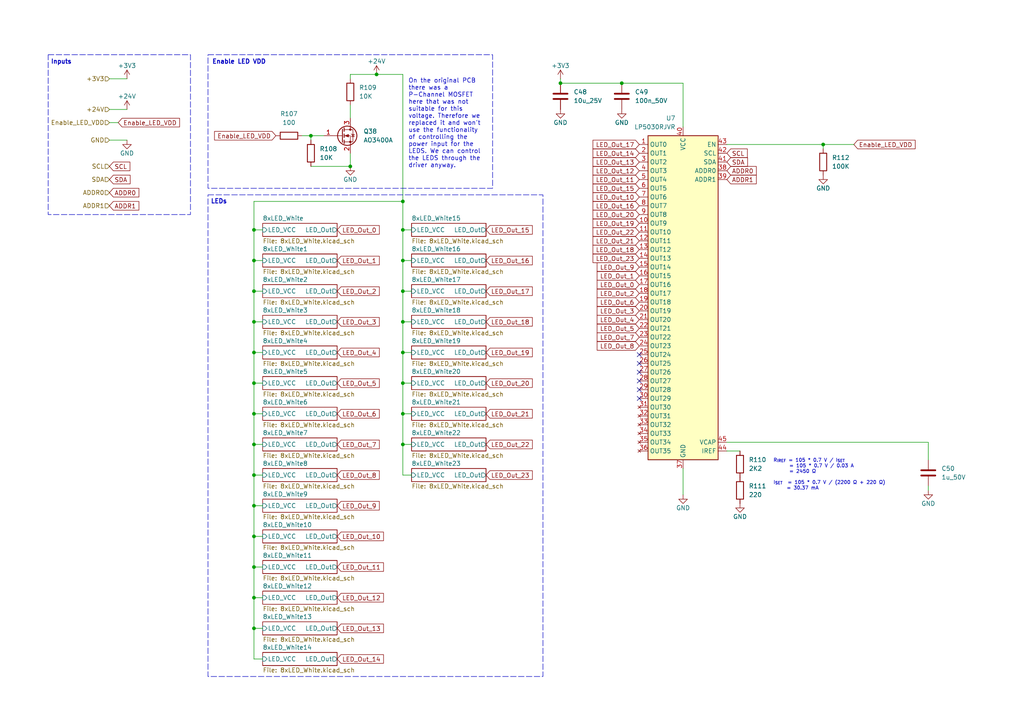
<source format=kicad_sch>
(kicad_sch (version 20231120) (generator "eeschema") (generator_version "8.0")
  (paper "A4")
  (lib_symbols
    (symbol "_C_0402:100n_50V" (pin_numbers hide) (pin_names (offset 0.254))
      (property "Reference" "C" (at 0.635 2.54 0))
      (property "Value" "100n_50V" (at 0.635 -2.54 0))
      (symbol "100n_50V_0_1"
        (polyline (pts (xy -2.032 -0.762) (xy 2.032 -0.762)) (stroke (width 0.508)))
        (polyline (pts (xy -2.032 0.762) (xy 2.032 0.762)) (stroke (width 0.508)))
      )
      (symbol "100n_50V_1_1"
        (pin passive line (at 0 3.81 270) (length 2.794) (name "~") (number "1"))
        (pin passive line (at 0 -3.81 90) (length 2.794) (name "~") (number "2"))
      )
    )
    (symbol "_C_0603:10u_25V" (pin_numbers hide) (pin_names (offset 0.254))
      (property "Reference" "C" (at 0.635 2.54 0))
      (property "Value" "10u_25V" (at 0.635 -2.54 0))
      (symbol "10u_25V_0_1"
        (polyline (pts (xy -2.032 -0.762) (xy 2.032 -0.762)) (stroke (width 0.508)))
        (polyline (pts (xy -2.032 0.762) (xy 2.032 0.762)) (stroke (width 0.508)))
      )
      (symbol "10u_25V_1_1"
        (pin passive line (at 0 3.81 270) (length 2.794) (name "~") (number "1"))
        (pin passive line (at 0 -3.81 90) (length 2.794) (name "~") (number "2"))
      )
    )
    (symbol "_C_0805:1u_50V" (pin_numbers hide) (pin_names (offset 0.254))
      (property "Reference" "C" (at 0.635 2.54 0))
      (property "Value" "1u_50V" (at 0.635 -2.54 0))
      (symbol "1u_50V_0_1"
        (polyline (pts (xy -2.032 -0.762) (xy 2.032 -0.762)) (stroke (width 0.508)))
        (polyline (pts (xy -2.032 0.762) (xy 2.032 0.762)) (stroke (width 0.508)))
      )
      (symbol "1u_50V_1_1"
        (pin passive line (at 0 3.81 270) (length 2.794) (name "~") (number "1"))
        (pin passive line (at 0 -3.81 90) (length 2.794) (name "~") (number "2"))
      )
    )
    (symbol "_Driver_LED:LP5030RJVR"
      (property "Reference" "U" (at -6.35 49.53 0))
      (property "Value" "LP5030RJVR" (at 6.35 49.53 0))
      (symbol "LP5030RJVR_0_1"
        (rectangle (start -10.16 48.26) (end 10.16 -45.72) (stroke (width 0.254)) (fill (type background)))
      )
      (symbol "LP5030RJVR_1_1"
        (pin power_out line (at 12.7 45.72 180) (length 2.54) (name "OUT0") (number "1"))
        (pin power_out line (at 12.7 22.86 180) (length 2.54) (name "OUT9") (number "10"))
        (pin power_out line (at 12.7 20.32 180) (length 2.54) (name "OUT10") (number "11"))
        (pin power_out line (at 12.7 17.78 180) (length 2.54) (name "OUT11") (number "12"))
        (pin power_out line (at 12.7 15.24 180) (length 2.54) (name "OUT12") (number "13"))
        (pin power_out line (at 12.7 12.7 180) (length 2.54) (name "OUT13") (number "14"))
        (pin power_out line (at 12.7 10.16 180) (length 2.54) (name "OUT14") (number "15"))
        (pin power_out line (at 12.7 7.62 180) (length 2.54) (name "OUT15") (number "16"))
        (pin power_out line (at 12.7 5.08 180) (length 2.54) (name "OUT16") (number "17"))
        (pin power_out line (at 12.7 2.54 180) (length 2.54) (name "OUT17") (number "18"))
        (pin power_out line (at 12.7 0 180) (length 2.54) (name "OUT18") (number "19"))
        (pin power_out line (at 12.7 43.18 180) (length 2.54) (name "OUT1") (number "2"))
        (pin power_out line (at 12.7 -2.54 180) (length 2.54) (name "OUT19") (number "20"))
        (pin power_out line (at 12.7 -5.08 180) (length 2.54) (name "OUT20") (number "21"))
        (pin power_out line (at 12.7 -7.62 180) (length 2.54) (name "OUT21") (number "22"))
        (pin power_out line (at 12.7 -10.16 180) (length 2.54) (name "OUT22") (number "23"))
        (pin power_out line (at 12.7 -12.7 180) (length 2.54) (name "OUT23") (number "24"))
        (pin power_out line (at 12.7 -15.24 180) (length 2.54) (name "OUT24") (number "25"))
        (pin power_out line (at 12.7 -17.78 180) (length 2.54) (name "OUT25") (number "26"))
        (pin power_out line (at 12.7 -20.32 180) (length 2.54) (name "OUT26") (number "27"))
        (pin power_out line (at 12.7 -22.86 180) (length 2.54) (name "OUT27") (number "28"))
        (pin power_out line (at 12.7 -25.4 180) (length 2.54) (name "OUT28") (number "29"))
        (pin power_out line (at 12.7 40.64 180) (length 2.54) (name "OUT2") (number "3"))
        (pin power_out line (at 12.7 -27.94 180) (length 2.54) (name "OUT29") (number "30"))
        (pin no_connect line (at 12.7 -30.48 180) (length 2.54) (name "OUT30") (number "31"))
        (pin no_connect line (at 12.7 -33.02 180) (length 2.54) (name "OUT31") (number "32"))
        (pin no_connect line (at 12.7 -35.56 180) (length 2.54) (name "OUT32") (number "33"))
        (pin no_connect line (at 12.7 -38.1 180) (length 2.54) (name "OUT33") (number "34"))
        (pin no_connect line (at 12.7 -40.64 180) (length 2.54) (name "OUT34") (number "35"))
        (pin no_connect line (at 12.7 -43.18 180) (length 2.54) (name "OUT35") (number "36"))
        (pin power_in line (at 0 -48.26 90) (length 2.54) (name "GND") (number "37"))
        (pin input line (at -12.7 38.1 0) (length 2.54) (name "ADDR0") (number "38"))
        (pin input line (at -12.7 35.56 0) (length 2.54) (name "ADDR1") (number "39"))
        (pin power_out line (at 12.7 38.1 180) (length 2.54) (name "OUT3") (number "4"))
        (pin power_in line (at 0 50.8 270) (length 2.54) (name "VCC") (number "40"))
        (pin bidirectional line (at -12.7 40.64 0) (length 2.54) (name "SDA") (number "41"))
        (pin input line (at -12.7 43.18 0) (length 2.54) (name "SCL") (number "42"))
        (pin input line (at -12.7 45.72 0) (length 2.54) (name "EN") (number "43"))
        (pin passive line (at -12.7 -43.18 0) (length 2.54) (name "IREF") (number "44"))
        (pin passive line (at -12.7 -40.64 0) (length 2.54) (name "VCAP") (number "45"))
        (pin passive line (at 0 -48.26 90) (length 2.54) hide (name "GND") (number "46"))
        (pin passive line (at 0 -48.26 90) (length 2.54) hide (name "GND") (number "47"))
        (pin power_out line (at 12.7 35.56 180) (length 2.54) (name "OUT4") (number "5"))
        (pin power_out line (at 12.7 33.02 180) (length 2.54) (name "OUT5") (number "6"))
        (pin power_out line (at 12.7 30.48 180) (length 2.54) (name "OUT6") (number "7"))
        (pin power_out line (at 12.7 27.94 180) (length 2.54) (name "OUT7") (number "8"))
        (pin power_out line (at 12.7 25.4 180) (length 2.54) (name "OUT8") (number "9"))
      )
    )
    (symbol "_R_0402:100" (pin_numbers hide) (pin_names (offset 0))
      (property "Reference" "R" (at 2.032 0 90))
      (property "Value" "100" (at 0 0 90))
      (symbol "100_0_1"
        (rectangle (start -1.016 -2.54) (end 1.016 2.54) (stroke (width 0.254)))
      )
      (symbol "100_1_1"
        (pin passive line (at 0 3.81 270) (length 1.27) (name "~") (number "1"))
        (pin passive line (at 0 -3.81 90) (length 1.27) (name "~") (number "2"))
      )
    )
    (symbol "_R_0402:100K" (pin_numbers hide) (pin_names (offset 0))
      (property "Reference" "R" (at 2.032 0 90))
      (property "Value" "100K" (at 0 0 90))
      (symbol "100K_0_1"
        (rectangle (start -1.016 -2.54) (end 1.016 2.54) (stroke (width 0.254)))
      )
      (symbol "100K_1_1"
        (pin passive line (at 0 3.81 270) (length 1.27) (name "~") (number "1"))
        (pin passive line (at 0 -3.81 90) (length 1.27) (name "~") (number "2"))
      )
    )
    (symbol "_R_0402:10K" (pin_numbers hide) (pin_names (offset 0))
      (property "Reference" "R" (at 2.032 0 90))
      (property "Value" "10K" (at 0 0 90))
      (symbol "10K_0_1"
        (rectangle (start -1.016 -2.54) (end 1.016 2.54) (stroke (width 0.254)))
      )
      (symbol "10K_1_1"
        (pin passive line (at 0 3.81 270) (length 1.27) (name "~") (number "1"))
        (pin passive line (at 0 -3.81 90) (length 1.27) (name "~") (number "2"))
      )
    )
    (symbol "_R_0402:220" (pin_numbers hide) (pin_names (offset 0))
      (property "Reference" "R" (at 2.032 0 90))
      (property "Value" "220" (at 0 0 90))
      (symbol "220_0_1"
        (rectangle (start -1.016 -2.54) (end 1.016 2.54) (stroke (width 0.254)))
      )
      (symbol "220_1_1"
        (pin passive line (at 0 3.81 270) (length 1.27) (name "~") (number "1"))
        (pin passive line (at 0 -3.81 90) (length 1.27) (name "~") (number "2"))
      )
    )
    (symbol "_R_0402:2K2" (pin_numbers hide) (pin_names (offset 0))
      (property "Reference" "R" (at 2.032 0 90))
      (property "Value" "2K2" (at 0 0 90))
      (symbol "2K2_0_1"
        (rectangle (start -1.016 -2.54) (end 1.016 2.54) (stroke (width 0.254)))
      )
      (symbol "2K2_1_1"
        (pin passive line (at 0 3.81 270) (length 1.27) (name "~") (number "1"))
        (pin passive line (at 0 -3.81 90) (length 1.27) (name "~") (number "2"))
      )
    )
    (symbol "_Transistor_FET:AO3400A" (pin_names hide)
      (property "Reference" "Q" (at 5.08 1.905 0))
      (property "Value" "AO3400A" (at 5.08 0 0))
      (symbol "AO3400A_0_1"
        (polyline (pts (xy 0.254 0) (xy -2.54 0)))
        (polyline (pts (xy 0.254 1.905) (xy 0.254 -1.905)) (stroke (width 0.254)))
        (polyline (pts (xy 0.762 -1.27) (xy 0.762 -2.286)) (stroke (width 0.254)))
        (polyline (pts (xy 0.762 0.508) (xy 0.762 -0.508)) (stroke (width 0.254)))
        (polyline (pts (xy 0.762 2.286) (xy 0.762 1.27)) (stroke (width 0.254)))
        (polyline (pts (xy 2.54 2.54) (xy 2.54 1.778)))
        (polyline (pts (xy 2.54 -2.54) (xy 2.54 0) (xy 0.762 0)))
        (polyline (pts (xy 0.762 -1.778) (xy 3.302 -1.778) (xy 3.302 1.778) (xy 0.762 1.778)))
        (polyline (pts (xy 1.016 0) (xy 2.032 0.381) (xy 2.032 -0.381) (xy 1.016 0)) (fill (type outline)))
        (polyline (pts (xy 2.794 0.508) (xy 2.921 0.381) (xy 3.683 0.381) (xy 3.81 0.254)))
        (polyline (pts (xy 3.302 0.381) (xy 2.921 -0.254) (xy 3.683 -0.254) (xy 3.302 0.381)))
        (circle (center 1.651 0) (radius 2.794) (stroke (width 0.254)))
        (circle (center 2.54 -1.778) (radius 0.254) (fill (type outline)))
        (circle (center 2.54 1.778) (radius 0.254) (fill (type outline)))
      )
      (symbol "AO3400A_1_1"
        (pin input line (at -5.08 0 0) (length 2.54) (name "G") (number "1"))
        (pin passive line (at 2.54 -5.08 90) (length 2.54) (name "S") (number "2"))
        (pin passive line (at 2.54 5.08 270) (length 2.54) (name "D") (number "3"))
      )
    )
    (symbol "power:+3V3" (power) (pin_names (offset 0))
      (property "Value" "+3V3" (at 0 3.556 0))
      (symbol "+3V3_0_1"
        (polyline (pts (xy -0.762 1.27) (xy 0 2.54)))
        (polyline (pts (xy 0 0) (xy 0 2.54)))
        (polyline (pts (xy 0 2.54) (xy 0.762 1.27)))
      )
      (symbol "+3V3_1_1"
        (pin power_in line (at 0 0 90) (length 0) hide (name "+3V3") (number "1"))
      )
    )
    (symbol "power:+5V" (power) (pin_names (offset 0))
      (property "Value" "+5V" (at 0 3.556 0))
      (symbol "+5V_0_1"
        (polyline (pts (xy -0.762 1.27) (xy 0 2.54)))
        (polyline (pts (xy 0 0) (xy 0 2.54)))
        (polyline (pts (xy 0 2.54) (xy 0.762 1.27)))
      )
      (symbol "+5V_1_1"
        (pin power_in line (at 0 0 90) (length 0) hide (name "+5V") (number "1"))
      )
    )
    (symbol "power:GND" (power) (pin_names (offset 0))
      (property "Value" "GND" (at 0 -3.81 0))
      (symbol "GND_0_1"
        (polyline (pts (xy 0 0) (xy 0 -1.27) (xy 1.27 -1.27) (xy 0 -2.54) (xy -1.27 -1.27) (xy 0 -1.27)))
      )
      (symbol "GND_1_1"
        (pin power_in line (at 0 0 270) (length 0) hide (name "GND") (number "1"))
      )
    )
  )
  (junction (at 73.66 164.465))
  (junction (at 73.66 102.235))
  (junction (at 73.66 120.015))
  (junction (at 73.66 75.565))
  (junction (at 73.66 155.575))
  (junction (at 73.66 93.345))
  (junction (at 180.34 24.13))
  (junction (at 73.66 66.675))
  (junction (at 162.56 24.13))
  (junction (at 73.66 137.795))
  (junction (at 73.66 173.355))
  (junction (at 116.84 111.125))
  (junction (at 116.84 75.565))
  (junction (at 116.84 58.42))
  (junction (at 73.66 128.905))
  (junction (at 73.66 146.685))
  (junction (at 73.66 84.455))
  (junction (at 73.66 182.245))
  (junction (at 90.17 39.37))
  (junction (at 116.84 66.675))
  (junction (at 109.22 21.59))
  (junction (at 116.84 128.905))
  (junction (at 101.6 48.26))
  (junction (at 238.76 41.91))
  (junction (at 116.84 93.345))
  (junction (at 116.84 102.235))
  (junction (at 116.84 120.015))
  (junction (at 73.66 111.125))
  (junction (at 116.84 84.455))
  (no_connect (at 185.42 110.49))
  (no_connect (at 185.42 102.87))
  (no_connect (at 185.42 113.03))
  (no_connect (at 185.42 115.57))
  (no_connect (at 185.42 105.41))
  (no_connect (at 185.42 107.95))
  (wire (pts (xy 116.84 111.125) (xy 116.84 120.015)))
  (wire (pts (xy 101.6 44.45) (xy 101.6 48.26)))
  (wire (pts (xy 76.2 84.455) (xy 73.66 84.455)))
  (wire (pts (xy 76.2 75.565) (xy 73.66 75.565)))
  (wire (pts (xy 73.66 155.575) (xy 73.66 164.465)))
  (wire (pts (xy 116.84 58.42) (xy 116.84 66.675)))
  (wire (pts (xy 269.24 128.27) (xy 210.82 128.27)))
  (wire (pts (xy 119.38 111.125) (xy 116.84 111.125)))
  (wire (pts (xy 119.38 84.455) (xy 116.84 84.455)))
  (wire (pts (xy 90.17 48.26) (xy 101.6 48.26)))
  (wire (pts (xy 119.38 137.795) (xy 116.84 137.795)))
  (wire (pts (xy 162.56 22.86) (xy 162.56 24.13)))
  (wire (pts (xy 116.84 120.015) (xy 116.84 128.905)))
  (wire (pts (xy 76.2 146.685) (xy 73.66 146.685)))
  (wire (pts (xy 162.56 24.13) (xy 180.34 24.13)))
  (wire (pts (xy 76.2 164.465) (xy 73.66 164.465)))
  (wire (pts (xy 119.38 93.345) (xy 116.84 93.345)))
  (wire (pts (xy 198.12 143.51) (xy 198.12 135.89)))
  (wire (pts (xy 73.66 66.675) (xy 73.66 75.565)))
  (wire (pts (xy 31.75 22.86) (xy 36.83 22.86)))
  (wire (pts (xy 73.66 111.125) (xy 73.66 120.015)))
  (wire (pts (xy 238.76 41.91) (xy 247.65 41.91)))
  (wire (pts (xy 90.17 40.64) (xy 90.17 39.37)))
  (wire (pts (xy 119.38 120.015) (xy 116.84 120.015)))
  (wire (pts (xy 76.2 182.245) (xy 73.66 182.245)))
  (wire (pts (xy 73.66 137.795) (xy 73.66 146.685)))
  (wire (pts (xy 269.24 142.24) (xy 269.24 140.97)))
  (wire (pts (xy 269.24 133.35) (xy 269.24 128.27)))
  (wire (pts (xy 73.66 93.345) (xy 73.66 102.235)))
  (wire (pts (xy 116.84 21.59) (xy 116.84 58.42)))
  (wire (pts (xy 238.76 41.91) (xy 238.76 43.18)))
  (wire (pts (xy 76.2 111.125) (xy 73.66 111.125)))
  (wire (pts (xy 73.66 173.355) (xy 73.66 182.245)))
  (wire (pts (xy 76.2 128.905) (xy 73.66 128.905)))
  (wire (pts (xy 116.84 84.455) (xy 116.84 93.345)))
  (wire (pts (xy 76.2 173.355) (xy 73.66 173.355)))
  (wire (pts (xy 36.83 40.64) (xy 31.75 40.64)))
  (wire (pts (xy 109.22 21.59) (xy 101.6 21.59)))
  (wire (pts (xy 73.66 146.685) (xy 73.66 155.575)))
  (wire (pts (xy 116.84 93.345) (xy 116.84 102.235)))
  (wire (pts (xy 73.66 58.42) (xy 73.66 66.675)))
  (wire (pts (xy 116.84 75.565) (xy 116.84 84.455)))
  (wire (pts (xy 76.2 155.575) (xy 73.66 155.575)))
  (wire (pts (xy 76.2 93.345) (xy 73.66 93.345)))
  (wire (pts (xy 119.38 128.905) (xy 116.84 128.905)))
  (wire (pts (xy 34.29 35.56) (xy 31.75 35.56)))
  (wire (pts (xy 76.2 191.135) (xy 73.66 191.135)))
  (wire (pts (xy 198.12 24.13) (xy 198.12 36.83)))
  (wire (pts (xy 87.63 39.37) (xy 90.17 39.37)))
  (wire (pts (xy 210.82 130.81) (xy 214.63 130.81)))
  (wire (pts (xy 180.34 24.13) (xy 198.12 24.13)))
  (wire (pts (xy 116.84 66.675) (xy 116.84 75.565)))
  (wire (pts (xy 31.75 31.75) (xy 36.83 31.75)))
  (wire (pts (xy 76.2 102.235) (xy 73.66 102.235)))
  (wire (pts (xy 76.2 137.795) (xy 73.66 137.795)))
  (wire (pts (xy 116.84 21.59) (xy 109.22 21.59)))
  (wire (pts (xy 116.84 102.235) (xy 116.84 111.125)))
  (wire (pts (xy 73.66 58.42) (xy 116.84 58.42)))
  (wire (pts (xy 90.17 39.37) (xy 93.98 39.37)))
  (wire (pts (xy 73.66 66.675) (xy 76.2 66.675)))
  (wire (pts (xy 119.38 102.235) (xy 116.84 102.235)))
  (wire (pts (xy 116.84 66.675) (xy 119.38 66.675)))
  (wire (pts (xy 210.82 41.91) (xy 238.76 41.91)))
  (wire (pts (xy 73.66 128.905) (xy 73.66 137.795)))
  (wire (pts (xy 73.66 191.135) (xy 73.66 182.245)))
  (wire (pts (xy 101.6 21.59) (xy 101.6 22.86)))
  (wire (pts (xy 73.66 84.455) (xy 73.66 93.345)))
  (wire (pts (xy 101.6 30.48) (xy 101.6 34.29)))
  (wire (pts (xy 116.84 128.905) (xy 116.84 137.795)))
  (wire (pts (xy 73.66 102.235) (xy 73.66 111.125)))
  (wire (pts (xy 73.66 164.465) (xy 73.66 173.355)))
  (wire (pts (xy 119.38 75.565) (xy 116.84 75.565)))
  (wire (pts (xy 76.2 120.015) (xy 73.66 120.015)))
  (wire (pts (xy 73.66 75.565) (xy 73.66 84.455)))
  (wire (pts (xy 73.66 120.015) (xy 73.66 128.905)))
  (rectangle (start 13.97 15.875) (end 55.245 62.23) (stroke (width 0) (type dash)))
  (rectangle (start 60.325 56.515) (end 157.48 196.215) (stroke (width 0) (type dash)))
  (rectangle (start 60.325 15.875) (end 142.875 54.61) (stroke (width 0) (type dash)))
  (text_box "On the original PCB there was a P-Channel MOSFET here that was not suitable for this voltage. Therefore we replaced it and won't use the functionality of controlling the power input for the LEDS. We can control the LEDS through the driver anyway." (at 117.475 21.59 0) (size 24.765 26.035) (stroke (width -0.0001)) (effects (font (size 1.27 1.27)) (justify left top)))
  (text_box "R_{IREF} = 105 * 0.7 V / I_{SET} \n      = 105 * 0.7 V / 0.03 A \n      = 2450 Ω\n\nI_{SET}  = 105 * 0.7 V / (2200 Ω + 220 Ω) \n     = 30.37 mA" (at 223.52 132.08 0) (size 34.925 10.795) (stroke (width -0.0001)) (effects (font (size 1 1)) (justify left top)))
  (text "Enable LED VDD" (at 69.342 18.034 0) (effects (font (size 1.27 1.27) (thickness 0.254) (bold yes))))
  (text "Inputs" (at 17.78 18.034 0) (effects (font (size 1.27 1.27) (thickness 0.254) (bold yes))))
  (text "LEDs" (at 63.5 58.547 0) (effects (font (size 1.27 1.27) (thickness 0.254) (bold yes))))
  (global_label "LED_Out_0" (shape input) (at 97.79 66.675 0) (property "Intersheetrefs" "${INTERSHEET_REFS}" (effects (hide yes))))
  (global_label "ADDR1" (shape input) (at 31.75 59.69 0) (property "Intersheetrefs" "${INTERSHEET_REFS}" (effects (hide yes))))
  (global_label "LED_Out_5" (shape input) (at 97.79 111.125 0) (property "Intersheetrefs" "${INTERSHEET_REFS}" (effects (hide yes))))
  (global_label "LED_Out_16" (shape input) (at 140.97 75.565 0) (property "Intersheetrefs" "${INTERSHEET_REFS}" (effects (hide yes))))
  (global_label "LED_Out_23" (shape input) (at 140.97 137.795 0) (property "Intersheetrefs" "${INTERSHEET_REFS}" (effects (hide yes))))
  (global_label "LED_Out_0" (shape input) (at 185.42 82.55 180) (property "Intersheetrefs" "${INTERSHEET_REFS}" (effects (hide yes))))
  (global_label "LED_Out_12" (shape input) (at 185.42 49.53 180) (property "Intersheetrefs" "${INTERSHEET_REFS}" (effects (hide yes))))
  (global_label "LED_Out_14" (shape input) (at 97.79 191.135 0) (property "Intersheetrefs" "${INTERSHEET_REFS}" (effects (hide yes))))
  (global_label "LED_Out_14" (shape input) (at 185.42 44.45 180) (property "Intersheetrefs" "${INTERSHEET_REFS}" (effects (hide yes))))
  (global_label "SDA" (shape input) (at 31.75 52.07 0) (property "Intersheetrefs" "${INTERSHEET_REFS}" (effects (hide yes))))
  (global_label "SCL" (shape input) (at 31.75 48.26 0) (property "Intersheetrefs" "${INTERSHEET_REFS}" (effects (hide yes))))
  (global_label "LED_Out_22" (shape input) (at 185.42 67.31 180) (property "Intersheetrefs" "${INTERSHEET_REFS}" (effects (hide yes))))
  (global_label "Enable_LED_VDD" (shape input) (at 80.01 39.37 180) (property "Intersheetrefs" "${INTERSHEET_REFS}" (effects (hide yes))))
  (global_label "LED_Out_11" (shape input) (at 185.42 52.07 180) (property "Intersheetrefs" "${INTERSHEET_REFS}" (effects (hide yes))))
  (global_label "LED_Out_21" (shape input) (at 185.42 69.85 180) (property "Intersheetrefs" "${INTERSHEET_REFS}" (effects (hide yes))))
  (global_label "LED_Out_16" (shape input) (at 185.42 59.69 180) (property "Intersheetrefs" "${INTERSHEET_REFS}" (effects (hide yes))))
  (global_label "LED_Out_3" (shape input) (at 97.79 93.345 0) (property "Intersheetrefs" "${INTERSHEET_REFS}" (effects (hide yes))))
  (global_label "LED_Out_17" (shape input) (at 140.97 84.455 0) (property "Intersheetrefs" "${INTERSHEET_REFS}" (effects (hide yes))))
  (global_label "LED_Out_2" (shape input) (at 185.42 85.09 180) (property "Intersheetrefs" "${INTERSHEET_REFS}" (effects (hide yes))))
  (global_label "LED_Out_19" (shape input) (at 185.42 64.77 180) (property "Intersheetrefs" "${INTERSHEET_REFS}" (effects (hide yes))))
  (global_label "LED_Out_8" (shape input) (at 97.79 137.795 0) (property "Intersheetrefs" "${INTERSHEET_REFS}" (effects (hide yes))))
  (global_label "LED_Out_20" (shape input) (at 185.42 62.23 180) (property "Intersheetrefs" "${INTERSHEET_REFS}" (effects (hide yes))))
  (global_label "LED_Out_6" (shape input) (at 185.42 87.63 180) (property "Intersheetrefs" "${INTERSHEET_REFS}" (effects (hide yes))))
  (global_label "LED_Out_12" (shape input) (at 97.79 173.355 0) (property "Intersheetrefs" "${INTERSHEET_REFS}" (effects (hide yes))))
  (global_label "LED_Out_11" (shape input) (at 97.79 164.465 0) (property "Intersheetrefs" "${INTERSHEET_REFS}" (effects (hide yes))))
  (global_label "Enable_LED_VDD" (shape input) (at 34.29 35.56 0) (property "Intersheetrefs" "${INTERSHEET_REFS}" (effects (hide yes))))
  (global_label "SDA" (shape input) (at 210.82 46.99 0) (property "Intersheetrefs" "${INTERSHEET_REFS}" (effects (hide yes))))
  (global_label "LED_Out_7" (shape input) (at 185.42 97.79 180) (property "Intersheetrefs" "${INTERSHEET_REFS}" (effects (hide yes))))
  (global_label "LED_Out_7" (shape input) (at 97.79 128.905 0) (property "Intersheetrefs" "${INTERSHEET_REFS}" (effects (hide yes))))
  (global_label "LED_Out_8" (shape input) (at 185.42 100.33 180) (property "Intersheetrefs" "${INTERSHEET_REFS}" (effects (hide yes))))
  (global_label "SCL" (shape input) (at 210.82 44.45 0) (property "Intersheetrefs" "${INTERSHEET_REFS}" (effects (hide yes))))
  (global_label "LED_Out_21" (shape input) (at 140.97 120.015 0) (property "Intersheetrefs" "${INTERSHEET_REFS}" (effects (hide yes))))
  (global_label "LED_Out_15" (shape input) (at 140.97 66.675 0) (property "Intersheetrefs" "${INTERSHEET_REFS}" (effects (hide yes))))
  (global_label "LED_Out_13" (shape input) (at 185.42 46.99 180) (property "Intersheetrefs" "${INTERSHEET_REFS}" (effects (hide yes))))
  (global_label "LED_Out_3" (shape input) (at 185.42 90.17 180) (property "Intersheetrefs" "${INTERSHEET_REFS}" (effects (hide yes))))
  (global_label "LED_Out_10" (shape input) (at 97.79 155.575 0) (property "Intersheetrefs" "${INTERSHEET_REFS}" (effects (hide yes))))
  (global_label "LED_Out_19" (shape input) (at 140.97 102.235 0) (property "Intersheetrefs" "${INTERSHEET_REFS}" (effects (hide yes))))
  (global_label "ADDR0" (shape input) (at 31.75 55.88 0) (property "Intersheetrefs" "${INTERSHEET_REFS}" (effects (hide yes))))
  (global_label "ADDR1" (shape input) (at 210.82 52.07 0) (property "Intersheetrefs" "${INTERSHEET_REFS}" (effects (hide yes))))
  (global_label "LED_Out_22" (shape input) (at 140.97 128.905 0) (property "Intersheetrefs" "${INTERSHEET_REFS}" (effects (hide yes))))
  (global_label "LED_Out_18" (shape input) (at 185.42 72.39 180) (property "Intersheetrefs" "${INTERSHEET_REFS}" (effects (hide yes))))
  (global_label "LED_Out_15" (shape input) (at 185.42 54.61 180) (property "Intersheetrefs" "${INTERSHEET_REFS}" (effects (hide yes))))
  (global_label "LED_Out_17" (shape input) (at 185.42 41.91 180) (property "Intersheetrefs" "${INTERSHEET_REFS}" (effects (hide yes))))
  (global_label "LED_Out_4" (shape input) (at 185.42 92.71 180) (property "Intersheetrefs" "${INTERSHEET_REFS}" (effects (hide yes))))
  (global_label "LED_Out_20" (shape input) (at 140.97 111.125 0) (property "Intersheetrefs" "${INTERSHEET_REFS}" (effects (hide yes))))
  (global_label "LED_Out_23" (shape input) (at 185.42 74.93 180) (property "Intersheetrefs" "${INTERSHEET_REFS}" (effects (hide yes))))
  (global_label "LED_Out_9" (shape input) (at 185.42 77.47 180) (property "Intersheetrefs" "${INTERSHEET_REFS}" (effects (hide yes))))
  (global_label "LED_Out_2" (shape input) (at 97.79 84.455 0) (property "Intersheetrefs" "${INTERSHEET_REFS}" (effects (hide yes))))
  (global_label "LED_Out_13" (shape input) (at 97.79 182.245 0) (property "Intersheetrefs" "${INTERSHEET_REFS}" (effects (hide yes))))
  (global_label "LED_Out_10" (shape input) (at 185.42 57.15 180) (property "Intersheetrefs" "${INTERSHEET_REFS}" (effects (hide yes))))
  (global_label "LED_Out_6" (shape input) (at 97.79 120.015 0) (property "Intersheetrefs" "${INTERSHEET_REFS}" (effects (hide yes))))
  (global_label "LED_Out_4" (shape input) (at 97.79 102.235 0) (property "Intersheetrefs" "${INTERSHEET_REFS}" (effects (hide yes))))
  (global_label "LED_Out_5" (shape input) (at 185.42 95.25 180) (property "Intersheetrefs" "${INTERSHEET_REFS}" (effects (hide yes))))
  (global_label "ADDR0" (shape input) (at 210.82 49.53 0) (property "Intersheetrefs" "${INTERSHEET_REFS}" (effects (hide yes))))
  (global_label "Enable_LED_VDD" (shape input) (at 247.65 41.91 0) (property "Intersheetrefs" "${INTERSHEET_REFS}" (effects (hide yes))))
  (global_label "LED_Out_1" (shape input) (at 97.79 75.565 0) (property "Intersheetrefs" "${INTERSHEET_REFS}" (effects (hide yes))))
  (global_label "LED_Out_18" (shape input) (at 140.97 93.345 0) (property "Intersheetrefs" "${INTERSHEET_REFS}" (effects (hide yes))))
  (global_label "LED_Out_9" (shape input) (at 97.79 146.685 0) (property "Intersheetrefs" "${INTERSHEET_REFS}" (effects (hide yes))))
  (global_label "LED_Out_1" (shape input) (at 185.42 80.01 180) (property "Intersheetrefs" "${INTERSHEET_REFS}" (effects (hide yes))))
  (hierarchical_label "Enable_LED_VDD" (shape input) (at 31.75 35.56 180))
  (hierarchical_label "SCL" (shape input) (at 31.75 48.26 180))
  (hierarchical_label "+24V" (shape input) (at 31.75 31.75 180))
  (hierarchical_label "ADDR1" (shape input) (at 31.75 59.69 180))
  (hierarchical_label "GND" (shape input) (at 31.75 40.64 180))
  (hierarchical_label "SDA" (shape input) (at 31.75 52.07 180))
  (hierarchical_label "+3V3" (shape input) (at 31.75 22.86 180))
  (hierarchical_label "ADDR0" (shape input) (at 31.75 55.88 180))
  (symbol (lib_id "_C_0603:10u_25V") (at 162.56 27.94 0) (unit 1)
    (property "Reference" "C48" (at 166.37 26.6699 0) (effects (justify left)))
    (property "Value" "10u_25V" (at 166.37 29.2099 0) (effects (justify left)))
    (property "Footprint" "Capacitor_SMD:C_0603_1608Metric" (effects (hide yes)))
    (property "Datasheet" "https://product.samsungsem.com/mlcc/CL10A106MA8NRN.do" (effects (hide yes)))
    (property "Description" "Capacitor 10uF 25V X5R 20% 0603" (effects (hide yes)))
    (property "MF" "Samsung Electro-Mechanics" (effects (hide yes)))
    (property "MPN" "CL10A106MA8NRNC" (effects (hide yes)))
    (property "OC_LCSC" "C96446" (effects (hide yes)))
    (property "path_to_docs" "Passive_Components/Capacitors/MLCC/Samsung_Electro-Mechanics" (effects (hide yes)))
  )
  (symbol (lib_id "power:+5V") (at 36.83 31.75 0) (unit 1)
    (property "Reference" "#PWR0197" (effects (hide yes)))
    (property "Value" "+24V" (at 36.83 27.94 0))
    (property "Description" "Power symbol creates a global label with name \"+5V\"" (effects (hide yes)))
  )
  (symbol (lib_id "power:GND") (at 180.34 31.75 0) (unit 1)
    (property "Reference" "#PWR0203" (effects (hide yes)))
    (property "Value" "GND" (at 180.34 35.56 0))
    (property "Description" "Power symbol creates a global label with name \"GND\" , ground" (effects (hide yes)))
  )
  (symbol (lib_id "_C_0402:100n_50V") (at 180.34 27.94 180) (unit 1)
    (property "Reference" "C49" (at 184.15 26.6699 0) (effects (justify right)))
    (property "Value" "100n_50V" (at 184.15 29.2099 0) (effects (justify right)))
    (property "Footprint" "Capacitor_SMD:C_0402_1005Metric" (effects (hide yes)))
    (property "Datasheet" "https://product.samsungsem.com/mlcc/CL05B104KB54PN.do" (effects (hide yes)))
    (property "Description" "Capacitor 100nF 50V X7R 10% 0402" (effects (hide yes)))
    (property "MF" "Samsung Electro-Mechanics" (effects (hide yes)))
    (property "MPN" "CL05B104KB54PNC" (effects (hide yes)))
    (property "OC_LCSC" "C307331" (effects (hide yes)))
    (property "path_to_docs" "Passive_Components/Capacitors/MLCC/Samsung_Electro-Mechanics" (effects (hide yes)))
  )
  (symbol (lib_id "power:+3V3") (at 162.56 22.86 0) (unit 1)
    (property "Reference" "#PWR0201" (effects (hide yes)))
    (property "Value" "+3V3" (at 162.56 19.05 0))
    (property "Description" "Power symbol creates a global label with name \"+3V3\"" (effects (hide yes)))
  )
  (symbol (lib_id "power:GND") (at 198.12 143.51 0) (unit 1)
    (property "Reference" "#PWR0204" (effects (hide yes)))
    (property "Value" "GND" (at 198.12 147.32 0))
    (property "Description" "Power symbol creates a global label with name \"GND\" , ground" (effects (hide yes)))
  )
  (symbol (lib_id "_R_0402:100") (at 83.82 39.37 90) (unit 1)
    (property "Reference" "R107" (at 83.82 33.02 90))
    (property "Value" "100" (at 83.82 35.56 90))
    (property "Footprint" "Resistor_SMD:R_0402_1005Metric" (effects (hide yes)))
    (property "Description" "Resistor 100 1% 62.5mW 50V 0402" (effects (hide yes)))
    (property "MF" "UNI-ROYAL" (effects (hide yes)))
    (property "MPN" "0402WGF1000TCE" (effects (hide yes)))
    (property "OC_LCSC" "C25076" (effects (hide yes)))
    (property "path_to_docs" "Passive_Components/Resistors/UNI-ROYAL" (effects (hide yes)))
  )
  (symbol (lib_id "power:GND") (at 214.63 146.05 0) (unit 1)
    (property "Reference" "#PWR0205" (effects (hide yes)))
    (property "Value" "GND" (at 214.63 149.86 0))
    (property "Description" "Power symbol creates a global label with name \"GND\" , ground" (effects (hide yes)))
  )
  (symbol (lib_id "_R_0402:10K") (at 101.6 26.67 0) (unit 1)
    (property "Reference" "R109" (at 104.14 25.3999 0) (effects (justify left)))
    (property "Value" "10K" (at 104.14 27.9399 0) (effects (justify left)))
    (property "Footprint" "Resistor_SMD:R_0402_1005Metric" (effects (hide yes)))
    (property "Description" "Resistor 10K 1% 62.5mW 50V 0402" (effects (hide yes)))
    (property "MF" "UNI-ROYAL" (effects (hide yes)))
    (property "MPN" "0402WGF1002TCE" (effects (hide yes)))
    (property "OC_LCSC" "C25744" (effects (hide yes)))
    (property "path_to_docs" "Passive_Components/Resistors/UNI-ROYAL" (effects (hide yes)))
  )
  (symbol (lib_id "power:GND") (at 101.6 48.26 0) (unit 1)
    (property "Reference" "#PWR0199" (effects (hide yes)))
    (property "Value" "GND" (at 101.6 52.07 0))
    (property "Description" "Power symbol creates a global label with name \"GND\" , ground" (effects (hide yes)))
  )
  (symbol (lib_id "_R_0402:2K2") (at 214.63 134.62 0) (unit 1)
    (property "Reference" "R110" (at 217.17 133.3499 0) (effects (justify left)))
    (property "Value" "2K2" (at 217.17 135.8899 0) (effects (justify left)))
    (property "Footprint" "Resistor_SMD:R_0402_1005Metric" (effects (hide yes)))
    (property "Description" "Resistor 2K2 1% 62.5mW 50V 0402" (effects (hide yes)))
    (property "MF" "UNI-ROYAL" (effects (hide yes)))
    (property "MPN" "0402WGF2201TCE" (effects (hide yes)))
    (property "OC_LCSC" "C25879" (effects (hide yes)))
    (property "path_to_docs" "Passive_Components/Resistors/UNI-ROYAL" (effects (hide yes)))
  )
  (symbol (lib_id "_R_0402:10K") (at 90.17 44.45 0) (unit 1)
    (property "Reference" "R108" (at 92.71 43.1799 0) (effects (justify left)))
    (property "Value" "10K" (at 92.71 45.7199 0) (effects (justify left)))
    (property "Footprint" "Resistor_SMD:R_0402_1005Metric" (effects (hide yes)))
    (property "Description" "Resistor 10K 1% 62.5mW 50V 0402" (effects (hide yes)))
    (property "MF" "UNI-ROYAL" (effects (hide yes)))
    (property "MPN" "0402WGF1002TCE" (effects (hide yes)))
    (property "OC_LCSC" "C25744" (effects (hide yes)))
    (property "path_to_docs" "Passive_Components/Resistors/UNI-ROYAL" (effects (hide yes)))
  )
  (symbol (lib_id "power:GND") (at 269.24 142.24 0) (unit 1)
    (property "Reference" "#PWR0207" (effects (hide yes)))
    (property "Value" "GND" (at 269.24 146.05 0))
    (property "Description" "Power symbol creates a global label with name \"GND\" , ground" (effects (hide yes)))
  )
  (symbol (lib_id "_C_0805:1u_50V") (at 269.24 137.16 0) (unit 1)
    (property "Reference" "C50" (at 273.05 135.8899 0) (effects (justify left)))
    (property "Value" "1u_50V" (at 273.05 138.4299 0) (effects (justify left)))
    (property "Footprint" "Capacitor_SMD:C_0805_2012Metric" (effects (hide yes)))
    (property "Datasheet" "https://product.samsungsem.com/mlcc/CL21B105KBFNNN.do" (effects (hide yes)))
    (property "Description" "Capacitor 1uF 50V X7R 10% 0805" (effects (hide yes)))
    (property "MF" "Samsung Electro-Mechanics" (effects (hide yes)))
    (property "MPN" "CL21B105KBFNNNE" (effects (hide yes)))
    (property "OC_LCSC" "C28323" (effects (hide yes)))
    (property "path_to_docs" "Passive_Components/Capacitors/MLCC/Samsung_Electro-Mechanics" (effects (hide yes)))
  )
  (symbol (lib_id "power:GND") (at 162.56 31.75 0) (unit 1)
    (property "Reference" "#PWR0202" (effects (hide yes)))
    (property "Value" "GND" (at 162.56 35.56 0))
    (property "Description" "Power symbol creates a global label with name \"GND\" , ground" (effects (hide yes)))
  )
  (symbol (lib_id "_Transistor_FET:AO3400A") (at 99.06 39.37 0) (unit 1)
    (property "Reference" "Q38" (at 105.41 38.0999 0) (effects (justify left)))
    (property "Value" "AO3400A" (at 105.41 40.6399 0) (effects (justify left)))
    (property "Footprint" "Package_TO_SOT_SMD:SOT-23" (effects (hide yes)))
    (property "Datasheet" "https://datasheet.lcsc.com/lcsc/1811081213_Alpha---Omega-Semicon-AO3400A_C20917.pdf" (effects (hide yes)))
    (property "Description" "30V 5.7A 26.5mΩ@10V,5.7A 1.4W N Channel SOT-23-3L MOSFET" (effects (hide yes)))
    (property "MF" "Alpha & Omega Semicon" (effects (hide yes)))
    (property "MPN" "AO3400A" (effects (hide yes)))
    (property "OC_LCSC" "C20917" (effects (hide yes)))
    (property "path_to_docs" "Semiconductors/Discrete_Semiconductors/Transistors/MOSFETs/AO3400A" (effects (hide yes)))
  )
  (symbol (lib_id "_Driver_LED:LP5030RJVR") (at 198.12 87.63 0) (mirror y) (unit 1)
    (property "Reference" "U7" (at 195.9259 34.29 0) (effects (justify left)))
    (property "Value" "LP5030RJVR" (at 195.9259 36.83 0) (effects (justify left)))
    (property "Footprint" "Package_DFN_QFN:VQFN-46-1EP_5x6mm_P0.4mm_EP2.8x3.8mm" (effects (hide yes)))
    (property "Datasheet" "https://www.ti.com/lit/ds/symlink/lp5030.pdf" (effects (hide yes)))
    (property "Description" "30-Channel 12-Bit PWM Ultra-low Quiescent Current I2C RGB LED Driver" (effects (hide yes)))
    (property "MF" "TI" (effects (hide yes)))
    (property "MPN" "LP5030RJVR" (effects (hide yes)))
    (property "OC_LCSC" "C1850306" (effects (hide yes)))
    (property "OC_MOUSER" "595-LP5030RJVR" (effects (hide yes)))
    (property "path_to_docs" "Semiconductors/Driver_ICs/LED/LP5030RJVR" (effects (hide yes)))
  )
  (symbol (lib_id "power:GND") (at 36.83 40.64 0) (unit 1)
    (property "Reference" "#PWR0198" (effects (hide yes)))
    (property "Value" "GND" (at 36.83 44.45 0))
    (property "Description" "Power symbol creates a global label with name \"GND\" , ground" (effects (hide yes)))
  )
  (symbol (lib_id "power:+5V") (at 109.22 21.59 0) (unit 1)
    (property "Reference" "#PWR0200" (effects (hide yes)))
    (property "Value" "+24V" (at 109.22 17.78 0))
    (property "Description" "Power symbol creates a global label with name \"+5V\"" (effects (hide yes)))
  )
  (symbol (lib_id "_R_0402:100K") (at 238.76 46.99 180) (unit 1)
    (property "Reference" "R112" (at 241.3 45.7199 0) (effects (justify right)))
    (property "Value" "100K" (at 241.3 48.2599 0) (effects (justify right)))
    (property "Footprint" "Resistor_SMD:R_0402_1005Metric" (effects (hide yes)))
    (property "Description" "Resistor 100K 1% 62.5mW 50V 0402" (effects (hide yes)))
    (property "MF" "UNI-ROYAL" (effects (hide yes)))
    (property "MPN" "0402WGF1003TCE" (effects (hide yes)))
    (property "OC_LCSC" "C25741" (effects (hide yes)))
    (property "path_to_docs" "Passive_Components/Resistors/UNI-ROYAL" (effects (hide yes)))
  )
  (symbol (lib_id "power:GND") (at 238.76 50.8 0) (unit 1)
    (property "Reference" "#PWR0206" (effects (hide yes)))
    (property "Value" "GND" (at 238.76 54.61 0))
    (property "Description" "Power symbol creates a global label with name \"GND\" , ground" (effects (hide yes)))
  )
  (symbol (lib_id "_R_0402:220") (at 214.63 142.24 0) (unit 1)
    (property "Reference" "R111" (at 217.17 140.9699 0) (effects (justify left)))
    (property "Value" "220" (at 217.17 143.5099 0) (effects (justify left)))
    (property "Footprint" "Resistor_SMD:R_0402_1005Metric" (effects (hide yes)))
    (property "Description" "Resistor 220 1% 62.5mW 50V 0402" (effects (hide yes)))
    (property "MF" "UNI-ROYAL" (effects (hide yes)))
    (property "MPN" "0402WGF2200TCE" (effects (hide yes)))
    (property "OC_LCSC" "C25091" (effects (hide yes)))
    (property "path_to_docs" "Passive_Components/Resistors/UNI-ROYAL" (effects (hide yes)))
  )
  (symbol (lib_id "power:+3V3") (at 36.83 22.86 0) (unit 1)
    (property "Reference" "#PWR0196" (effects (hide yes)))
    (property "Value" "+3V3" (at 36.83 19.05 0))
    (property "Description" "Power symbol creates a global label with name \"+3V3\"" (effects (hide yes)))
  )
  (sheet (at 119.38 64.77) (size 21.59 3.81) (stroke (width 0.1524))
    (property "Sheetname" "8xLED_White15" (at 119.38 64.0584 0) (effects (justify left bottom)))
    (property "Sheetfile" "8xLED_White.kicad_sch" (at 119.38 69.1646 0) (effects (justify left top)))
    (pin "LED_Out" output (at 140.97 66.675 0))
    (pin "LED_VCC" input (at 119.38 66.675 180))
  )
  (sheet (at 76.2 100.33) (size 21.59 3.81) (stroke (width 0.1524))
    (property "Sheetname" "8xLED_White4" (at 76.2 99.6184 0) (effects (justify left bottom)))
    (property "Sheetfile" "8xLED_White.kicad_sch" (at 76.2 104.7246 0) (effects (justify left top)))
    (pin "LED_Out" output (at 97.79 102.235 0))
    (pin "LED_VCC" input (at 76.2 102.235 180))
  )
  (sheet (at 76.2 82.55) (size 21.59 3.81) (stroke (width 0.1524))
    (property "Sheetname" "8xLED_White2" (at 76.2 81.8384 0) (effects (justify left bottom)))
    (property "Sheetfile" "8xLED_White.kicad_sch" (at 76.2 86.9446 0) (effects (justify left top)))
    (pin "LED_Out" output (at 97.79 84.455 0))
    (pin "LED_VCC" input (at 76.2 84.455 180))
  )
  (sheet (at 119.38 82.55) (size 21.59 3.81) (stroke (width 0.1524))
    (property "Sheetname" "8xLED_White17" (at 119.38 81.8384 0) (effects (justify left bottom)))
    (property "Sheetfile" "8xLED_White.kicad_sch" (at 119.38 86.9446 0) (effects (justify left top)))
    (pin "LED_Out" output (at 140.97 84.455 0))
    (pin "LED_VCC" input (at 119.38 84.455 180))
  )
  (sheet (at 119.38 135.89) (size 21.59 3.81) (stroke (width 0.1524))
    (property "Sheetname" "8xLED_White23" (at 119.38 135.1784 0) (effects (justify left bottom)))
    (property "Sheetfile" "8xLED_White.kicad_sch" (at 119.38 140.2846 0) (effects (justify left top)))
    (pin "LED_Out" output (at 140.97 137.795 0))
    (pin "LED_VCC" input (at 119.38 137.795 180))
  )
  (sheet (at 76.2 171.45) (size 21.59 3.81) (stroke (width 0.1524))
    (property "Sheetname" "8xLED_White12" (at 76.2 170.7384 0) (effects (justify left bottom)))
    (property "Sheetfile" "8xLED_White.kicad_sch" (at 76.2 175.8446 0) (effects (justify left top)))
    (pin "LED_Out" output (at 97.79 173.355 0))
    (pin "LED_VCC" input (at 76.2 173.355 180))
  )
  (sheet (at 119.38 109.22) (size 21.59 3.81) (stroke (width 0.1524))
    (property "Sheetname" "8xLED_White20" (at 119.38 108.5084 0) (effects (justify left bottom)))
    (property "Sheetfile" "8xLED_White.kicad_sch" (at 119.38 113.6146 0) (effects (justify left top)))
    (pin "LED_Out" output (at 140.97 111.125 0))
    (pin "LED_VCC" input (at 119.38 111.125 180))
  )
  (sheet (at 119.38 118.11) (size 21.59 3.81) (stroke (width 0.1524))
    (property "Sheetname" "8xLED_White21" (at 119.38 117.3984 0) (effects (justify left bottom)))
    (property "Sheetfile" "8xLED_White.kicad_sch" (at 119.38 122.5046 0) (effects (justify left top)))
    (pin "LED_Out" output (at 140.97 120.015 0))
    (pin "LED_VCC" input (at 119.38 120.015 180))
  )
  (sheet (at 76.2 189.23) (size 21.59 3.81) (stroke (width 0.1524))
    (property "Sheetname" "8xLED_White14" (at 76.2 188.5184 0) (effects (justify left bottom)))
    (property "Sheetfile" "8xLED_White.kicad_sch" (at 76.2 193.6246 0) (effects (justify left top)))
    (pin "LED_Out" output (at 97.79 191.135 0))
    (pin "LED_VCC" input (at 76.2 191.135 180))
  )
  (sheet (at 76.2 153.67) (size 21.59 3.81) (stroke (width 0.1524))
    (property "Sheetname" "8xLED_White10" (at 76.2 152.9584 0) (effects (justify left bottom)))
    (property "Sheetfile" "8xLED_White.kicad_sch" (at 76.2 158.0646 0) (effects (justify left top)))
    (pin "LED_Out" output (at 97.79 155.575 0))
    (pin "LED_VCC" input (at 76.2 155.575 180))
  )
  (sheet (at 76.2 64.77) (size 21.59 3.81) (stroke (width 0.1524))
    (property "Sheetname" "8xLED_White" (at 76.2 64.0584 0) (effects (justify left bottom)))
    (property "Sheetfile" "8xLED_White.kicad_sch" (at 76.2 69.1646 0) (effects (justify left top)))
    (pin "LED_Out" output (at 97.79 66.675 0))
    (pin "LED_VCC" input (at 76.2 66.675 180))
  )
  (sheet (at 119.38 73.66) (size 21.59 3.81) (stroke (width 0.1524))
    (property "Sheetname" "8xLED_White16" (at 119.38 72.9484 0) (effects (justify left bottom)))
    (property "Sheetfile" "8xLED_White.kicad_sch" (at 119.38 78.0546 0) (effects (justify left top)))
    (pin "LED_Out" output (at 140.97 75.565 0))
    (pin "LED_VCC" input (at 119.38 75.565 180))
  )
  (sheet (at 76.2 118.11) (size 21.59 3.81) (stroke (width 0.1524))
    (property "Sheetname" "8xLED_White6" (at 76.2 117.3984 0) (effects (justify left bottom)))
    (property "Sheetfile" "8xLED_White.kicad_sch" (at 76.2 122.5046 0) (effects (justify left top)))
    (pin "LED_Out" output (at 97.79 120.015 0))
    (pin "LED_VCC" input (at 76.2 120.015 180))
  )
  (sheet (at 119.38 100.33) (size 21.59 3.81) (stroke (width 0.1524))
    (property "Sheetname" "8xLED_White19" (at 119.38 99.6184 0) (effects (justify left bottom)))
    (property "Sheetfile" "8xLED_White.kicad_sch" (at 119.38 104.7246 0) (effects (justify left top)))
    (pin "LED_Out" output (at 140.97 102.235 0))
    (pin "LED_VCC" input (at 119.38 102.235 180))
  )
  (sheet (at 76.2 73.66) (size 21.59 3.81) (stroke (width 0.1524))
    (property "Sheetname" "8xLED_White1" (at 76.2 72.9484 0) (effects (justify left bottom)))
    (property "Sheetfile" "8xLED_White.kicad_sch" (at 76.2 78.0546 0) (effects (justify left top)))
    (pin "LED_Out" output (at 97.79 75.565 0))
    (pin "LED_VCC" input (at 76.2 75.565 180))
  )
  (sheet (at 76.2 127) (size 21.59 3.81) (stroke (width 0.1524))
    (property "Sheetname" "8xLED_White7" (at 76.2 126.2884 0) (effects (justify left bottom)))
    (property "Sheetfile" "8xLED_White.kicad_sch" (at 76.2 131.3946 0) (effects (justify left top)))
    (pin "LED_Out" output (at 97.79 128.905 0))
    (pin "LED_VCC" input (at 76.2 128.905 180))
  )
  (sheet (at 76.2 91.44) (size 21.59 3.81) (stroke (width 0.1524))
    (property "Sheetname" "8xLED_White3" (at 76.2 90.7284 0) (effects (justify left bottom)))
    (property "Sheetfile" "8xLED_White.kicad_sch" (at 76.2 95.8346 0) (effects (justify left top)))
    (pin "LED_Out" output (at 97.79 93.345 0))
    (pin "LED_VCC" input (at 76.2 93.345 180))
  )
  (sheet (at 76.2 135.89) (size 21.59 3.81) (stroke (width 0.1524))
    (property "Sheetname" "8xLED_White8" (at 76.2 135.1784 0) (effects (justify left bottom)))
    (property "Sheetfile" "8xLED_White.kicad_sch" (at 76.2 140.2846 0) (effects (justify left top)))
    (pin "LED_Out" output (at 97.79 137.795 0))
    (pin "LED_VCC" input (at 76.2 137.795 180))
  )
  (sheet (at 119.38 127) (size 21.59 3.81) (stroke (width 0.1524))
    (property "Sheetname" "8xLED_White22" (at 119.38 126.2884 0) (effects (justify left bottom)))
    (property "Sheetfile" "8xLED_White.kicad_sch" (at 119.38 131.3946 0) (effects (justify left top)))
    (pin "LED_Out" output (at 140.97 128.905 0))
    (pin "LED_VCC" input (at 119.38 128.905 180))
  )
  (sheet (at 76.2 109.22) (size 21.59 3.81) (stroke (width 0.1524))
    (property "Sheetname" "8xLED_White5" (at 76.2 108.5084 0) (effects (justify left bottom)))
    (property "Sheetfile" "8xLED_White.kicad_sch" (at 76.2 113.6146 0) (effects (justify left top)))
    (pin "LED_Out" output (at 97.79 111.125 0))
    (pin "LED_VCC" input (at 76.2 111.125 180))
  )
  (sheet (at 76.2 162.56) (size 21.59 3.81) (stroke (width 0.1524))
    (property "Sheetname" "8xLED_White11" (at 76.2 161.8484 0) (effects (justify left bottom)))
    (property "Sheetfile" "8xLED_White.kicad_sch" (at 76.2 166.9546 0) (effects (justify left top)))
    (pin "LED_Out" output (at 97.79 164.465 0))
    (pin "LED_VCC" input (at 76.2 164.465 180))
  )
  (sheet (at 119.38 91.44) (size 21.59 3.81) (stroke (width 0.1524))
    (property "Sheetname" "8xLED_White18" (at 119.38 90.7284 0) (effects (justify left bottom)))
    (property "Sheetfile" "8xLED_White.kicad_sch" (at 119.38 95.8346 0) (effects (justify left top)))
    (pin "LED_Out" output (at 140.97 93.345 0))
    (pin "LED_VCC" input (at 119.38 93.345 180))
  )
  (sheet (at 76.2 144.78) (size 21.59 3.81) (stroke (width 0.1524))
    (property "Sheetname" "8xLED_White9" (at 76.2 144.0684 0) (effects (justify left bottom)))
    (property "Sheetfile" "8xLED_White.kicad_sch" (at 76.2 149.1746 0) (effects (justify left top)))
    (pin "LED_Out" output (at 97.79 146.685 0))
    (pin "LED_VCC" input (at 76.2 146.685 180))
  )
  (sheet (at 76.2 180.34) (size 21.59 3.81) (stroke (width 0.1524))
    (property "Sheetname" "8xLED_White13" (at 76.2 179.6284 0) (effects (justify left bottom)))
    (property "Sheetfile" "8xLED_White.kicad_sch" (at 76.2 184.7346 0) (effects (justify left top)))
    (pin "LED_Out" output (at 97.79 182.245 0))
    (pin "LED_VCC" input (at 76.2 182.245 180))
  )
)
</source>
